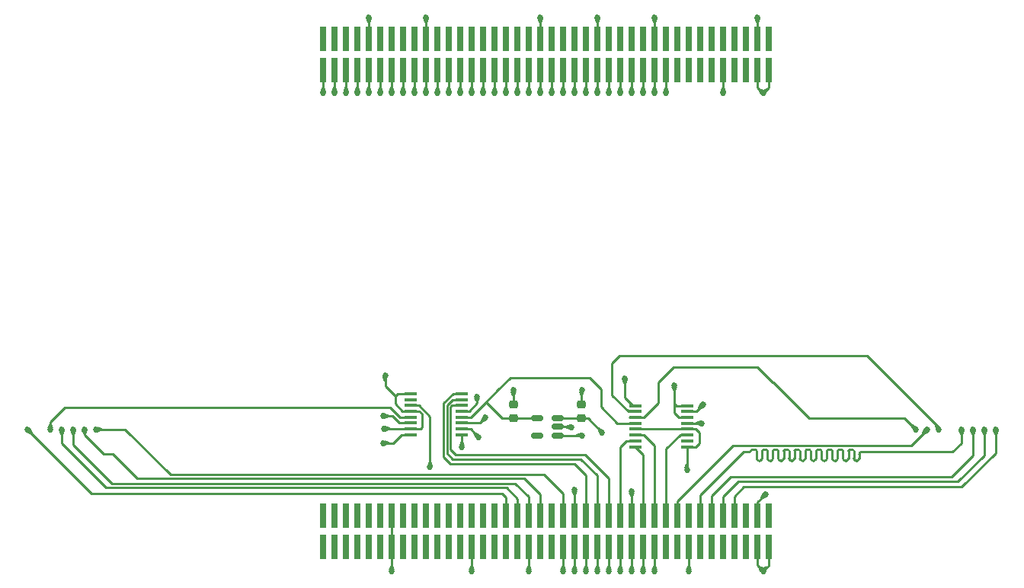
<source format=gbl>
%TF.GenerationSoftware,KiCad,Pcbnew,8.0.4-8.0.4-0~ubuntu24.04.1*%
%TF.CreationDate,2024-08-09T13:50:06+02:00*%
%TF.ProjectId,MainBoard,4d61696e-426f-4617-9264-2e6b69636164,rev?*%
%TF.SameCoordinates,Original*%
%TF.FileFunction,Copper,L4,Bot*%
%TF.FilePolarity,Positive*%
%FSLAX46Y46*%
G04 Gerber Fmt 4.6, Leading zero omitted, Abs format (unit mm)*
G04 Created by KiCad (PCBNEW 8.0.4-8.0.4-0~ubuntu24.04.1) date 2024-08-09 13:50:06*
%MOMM*%
%LPD*%
G01*
G04 APERTURE LIST*
G04 Aperture macros list*
%AMRoundRect*
0 Rectangle with rounded corners*
0 $1 Rounding radius*
0 $2 $3 $4 $5 $6 $7 $8 $9 X,Y pos of 4 corners*
0 Add a 4 corners polygon primitive as box body*
4,1,4,$2,$3,$4,$5,$6,$7,$8,$9,$2,$3,0*
0 Add four circle primitives for the rounded corners*
1,1,$1+$1,$2,$3*
1,1,$1+$1,$4,$5*
1,1,$1+$1,$6,$7*
1,1,$1+$1,$8,$9*
0 Add four rect primitives between the rounded corners*
20,1,$1+$1,$2,$3,$4,$5,0*
20,1,$1+$1,$4,$5,$6,$7,0*
20,1,$1+$1,$6,$7,$8,$9,0*
20,1,$1+$1,$8,$9,$2,$3,0*%
G04 Aperture macros list end*
%TA.AperFunction,SMDPad,CuDef*%
%ADD10R,1.473200X0.355600*%
%TD*%
%TA.AperFunction,SMDPad,CuDef*%
%ADD11RoundRect,0.150000X0.512500X0.150000X-0.512500X0.150000X-0.512500X-0.150000X0.512500X-0.150000X0*%
%TD*%
%TA.AperFunction,SMDPad,CuDef*%
%ADD12R,0.740000X2.790000*%
%TD*%
%TA.AperFunction,SMDPad,CuDef*%
%ADD13RoundRect,0.225000X0.250000X-0.225000X0.250000X0.225000X-0.250000X0.225000X-0.250000X-0.225000X0*%
%TD*%
%TA.AperFunction,ViaPad*%
%ADD14C,0.685800*%
%TD*%
%TA.AperFunction,Conductor*%
%ADD15C,0.254000*%
%TD*%
%TA.AperFunction,Conductor*%
%ADD16C,0.290000*%
%TD*%
G04 APERTURE END LIST*
D10*
X112270200Y-88224600D03*
X112270200Y-88885000D03*
X112270200Y-89545400D03*
X112270200Y-90180400D03*
X112270200Y-90840800D03*
X112270200Y-91475800D03*
X112270200Y-92136200D03*
X112270200Y-92796600D03*
X106529800Y-92796600D03*
X106529800Y-92136200D03*
X106529800Y-91475800D03*
X106529800Y-90840800D03*
X106529800Y-90180400D03*
X106529800Y-89545400D03*
X106529800Y-88885000D03*
X106529800Y-88224600D03*
D11*
X97926500Y-89637500D03*
X97926500Y-90587500D03*
X97926500Y-91537500D03*
X95651500Y-91537500D03*
X95651500Y-89637500D03*
D12*
X121375000Y-100495000D03*
X121375000Y-103925000D03*
X120105000Y-100495000D03*
X120105000Y-103925000D03*
X118835000Y-100495000D03*
X118835000Y-103925000D03*
X117565000Y-100495000D03*
X117565000Y-103925000D03*
X116295000Y-100495000D03*
X116295000Y-103925000D03*
X115025000Y-100495000D03*
X115025000Y-103925000D03*
X113755000Y-100495000D03*
X113755000Y-103925000D03*
X112485000Y-100495000D03*
X112485000Y-103925000D03*
X111215000Y-100495000D03*
X111215000Y-103925000D03*
X109945000Y-100495000D03*
X109945000Y-103925000D03*
X108675000Y-100495000D03*
X108675000Y-103925000D03*
X107405000Y-100495000D03*
X107405000Y-103925000D03*
X106135000Y-100495000D03*
X106135000Y-103925000D03*
X104865000Y-100495000D03*
X104865000Y-103925000D03*
X103595000Y-100495000D03*
X103595000Y-103925000D03*
X102325000Y-100495000D03*
X102325000Y-103925000D03*
X101055000Y-100495000D03*
X101055000Y-103925000D03*
X99785000Y-100495000D03*
X99785000Y-103925000D03*
X98515000Y-100495000D03*
X98515000Y-103925000D03*
X97245000Y-100495000D03*
X97245000Y-103925000D03*
X95975000Y-100495000D03*
X95975000Y-103925000D03*
X94705000Y-100495000D03*
X94705000Y-103925000D03*
X93435000Y-100495000D03*
X93435000Y-103925000D03*
X92165000Y-100495000D03*
X92165000Y-103925000D03*
X90895000Y-100495000D03*
X90895000Y-103925000D03*
X89625000Y-100495000D03*
X89625000Y-103925000D03*
X88355000Y-100495000D03*
X88355000Y-103925000D03*
X87085000Y-100495000D03*
X87085000Y-103925000D03*
X85815000Y-100495000D03*
X85815000Y-103925000D03*
X84545000Y-100495000D03*
X84545000Y-103925000D03*
X83275000Y-100495000D03*
X83275000Y-103925000D03*
X82005000Y-100495000D03*
X82005000Y-103925000D03*
X80735000Y-100495000D03*
X80735000Y-103925000D03*
X79465000Y-100495000D03*
X79465000Y-103925000D03*
X78195000Y-100495000D03*
X78195000Y-103925000D03*
X76925000Y-100495000D03*
X76925000Y-103925000D03*
X75655000Y-100495000D03*
X75655000Y-103925000D03*
X74385000Y-100495000D03*
X74385000Y-103925000D03*
X73115000Y-100495000D03*
X73115000Y-103925000D03*
X71845000Y-100495000D03*
X71845000Y-103925000D03*
D13*
X93000000Y-89625000D03*
X93000000Y-88075000D03*
D10*
X81529800Y-91461000D03*
X81529800Y-90800600D03*
X81529800Y-90140200D03*
X81529800Y-89505200D03*
X81529800Y-88844800D03*
X81529800Y-88209800D03*
X81529800Y-87549400D03*
X81529800Y-86889000D03*
X87270200Y-86889000D03*
X87270200Y-87549400D03*
X87270200Y-88209800D03*
X87270200Y-88844800D03*
X87270200Y-89505200D03*
X87270200Y-90140200D03*
X87270200Y-90800600D03*
X87270200Y-91461000D03*
D12*
X121375000Y-47495000D03*
X121375000Y-50925000D03*
X120105000Y-47495000D03*
X120105000Y-50925000D03*
X118835000Y-47495000D03*
X118835000Y-50925000D03*
X117565000Y-47495000D03*
X117565000Y-50925000D03*
X116295000Y-47495000D03*
X116295000Y-50925000D03*
X115025000Y-47495000D03*
X115025000Y-50925000D03*
X113755000Y-47495000D03*
X113755000Y-50925000D03*
X112485000Y-47495000D03*
X112485000Y-50925000D03*
X111215000Y-47495000D03*
X111215000Y-50925000D03*
X109945000Y-47495000D03*
X109945000Y-50925000D03*
X108675000Y-47495000D03*
X108675000Y-50925000D03*
X107405000Y-47495000D03*
X107405000Y-50925000D03*
X106135000Y-47495000D03*
X106135000Y-50925000D03*
X104865000Y-47495000D03*
X104865000Y-50925000D03*
X103595000Y-47495000D03*
X103595000Y-50925000D03*
X102325000Y-47495000D03*
X102325000Y-50925000D03*
X101055000Y-47495000D03*
X101055000Y-50925000D03*
X99785000Y-47495000D03*
X99785000Y-50925000D03*
X98515000Y-47495000D03*
X98515000Y-50925000D03*
X97245000Y-47495000D03*
X97245000Y-50925000D03*
X95975000Y-47495000D03*
X95975000Y-50925000D03*
X94705000Y-47495000D03*
X94705000Y-50925000D03*
X93435000Y-47495000D03*
X93435000Y-50925000D03*
X92165000Y-47495000D03*
X92165000Y-50925000D03*
X90895000Y-47495000D03*
X90895000Y-50925000D03*
X89625000Y-47495000D03*
X89625000Y-50925000D03*
X88355000Y-47495000D03*
X88355000Y-50925000D03*
X87085000Y-47495000D03*
X87085000Y-50925000D03*
X85815000Y-47495000D03*
X85815000Y-50925000D03*
X84545000Y-47495000D03*
X84545000Y-50925000D03*
X83275000Y-47495000D03*
X83275000Y-50925000D03*
X82005000Y-47495000D03*
X82005000Y-50925000D03*
X80735000Y-47495000D03*
X80735000Y-50925000D03*
X79465000Y-47495000D03*
X79465000Y-50925000D03*
X78195000Y-47495000D03*
X78195000Y-50925000D03*
X76925000Y-47495000D03*
X76925000Y-50925000D03*
X75655000Y-47495000D03*
X75655000Y-50925000D03*
X74385000Y-47495000D03*
X74385000Y-50925000D03*
X73115000Y-47495000D03*
X73115000Y-50925000D03*
X71845000Y-47495000D03*
X71845000Y-50925000D03*
D13*
X100578000Y-89625000D03*
X100578000Y-88075000D03*
D14*
X100650000Y-91537500D03*
X87270200Y-92825000D03*
X102860000Y-91215000D03*
X78500000Y-89375000D03*
X110875000Y-86000000D03*
X105375000Y-85200000D03*
X78550000Y-92375000D03*
X121000000Y-98075000D03*
X120105000Y-45050000D03*
X79450000Y-106600000D03*
X88355000Y-106600000D03*
X78195000Y-53500000D03*
X103595000Y-53500000D03*
X109945000Y-53500000D03*
X94705000Y-106600000D03*
X71845000Y-53500000D03*
X101055000Y-106600000D03*
X100600000Y-86500000D03*
X114100000Y-88075000D03*
X116295000Y-53500000D03*
X88950000Y-87275000D03*
X108675000Y-45050000D03*
X84545000Y-53500000D03*
X106135000Y-97750000D03*
X99400000Y-90600000D03*
X120740000Y-106600000D03*
X95975000Y-45050000D03*
X83275000Y-45050000D03*
X97245000Y-53500000D03*
X90895000Y-53500000D03*
X78750000Y-84875000D03*
X93000000Y-86500000D03*
X78600000Y-90800600D03*
X107405000Y-106600000D03*
X99775000Y-97600000D03*
X112275000Y-95375000D03*
X102325000Y-45050000D03*
X120740000Y-53500000D03*
X76925000Y-45050000D03*
X142800000Y-90875000D03*
X112480000Y-106600000D03*
X102325000Y-106600000D03*
X44070000Y-90874000D03*
X144070000Y-90875000D03*
X138990000Y-90875000D03*
X42800000Y-90874000D03*
X108675000Y-106600000D03*
X38990000Y-90874000D03*
X103595000Y-106600000D03*
X99779293Y-106599293D03*
X98510000Y-106600000D03*
X104865000Y-106600000D03*
X83725000Y-95075000D03*
X106135000Y-106600000D03*
X113900000Y-90180400D03*
X140260000Y-90875000D03*
X137720000Y-90875000D03*
X89075000Y-91700000D03*
X41530000Y-90874000D03*
X89900000Y-89525000D03*
X93435000Y-53500000D03*
X94705000Y-53500000D03*
X92155000Y-53500000D03*
X95975000Y-53500000D03*
X108675000Y-53500000D03*
X75655000Y-53500000D03*
X89625000Y-53500000D03*
X104865000Y-53500000D03*
X76925000Y-53500000D03*
X102325000Y-53500000D03*
X107385000Y-53500000D03*
X83275000Y-53500000D03*
X74395000Y-53500000D03*
X88335000Y-53500000D03*
X101056000Y-53500000D03*
X80735000Y-53500000D03*
X99785000Y-53500000D03*
X98515000Y-53500000D03*
X85815000Y-53500000D03*
X79465000Y-53500000D03*
X73115000Y-53500000D03*
X87085000Y-53500000D03*
X106135000Y-53500000D03*
X82006000Y-53500000D03*
X145340000Y-90875000D03*
X146610000Y-90875000D03*
X46610000Y-90874000D03*
X45340000Y-90874000D03*
D15*
X87350000Y-92825000D02*
X87270200Y-92745200D01*
X105375000Y-85200000D02*
X105375000Y-87300000D01*
X100565500Y-89637500D02*
X100578000Y-89625000D01*
X110875000Y-86000000D02*
X110875000Y-87975000D01*
X111300400Y-88224600D02*
X112270200Y-88224600D01*
X81529800Y-91461000D02*
X80514000Y-91461000D01*
X97926500Y-91537500D02*
X100650000Y-91537500D01*
X79545400Y-89375000D02*
X80310600Y-90140200D01*
X101270000Y-89625000D02*
X100578000Y-89625000D01*
X80514000Y-91461000D02*
X79600000Y-92375000D01*
X78500000Y-89375000D02*
X79545400Y-89375000D01*
X111125000Y-88225000D02*
X111300000Y-88225000D01*
X110875000Y-87975000D02*
X111125000Y-88225000D01*
X121000000Y-98075000D02*
X120105000Y-98970000D01*
X110875000Y-87975000D02*
X110875000Y-89050000D01*
X87270200Y-91461000D02*
X87270200Y-92825000D01*
X102860000Y-91215000D02*
X101270000Y-89625000D01*
X120105000Y-45050000D02*
X120105000Y-47495000D01*
X100578000Y-91465500D02*
X100650000Y-91537500D01*
X80310600Y-90140200D02*
X81529800Y-90140200D01*
X79600000Y-92375000D02*
X78550000Y-92375000D01*
X111300000Y-88225000D02*
X111300400Y-88224600D01*
X110875000Y-89050000D02*
X111370400Y-89545400D01*
X106529800Y-88224600D02*
X106299600Y-88224600D01*
X111370400Y-89545400D02*
X112270200Y-89545400D01*
X97926500Y-89637500D02*
X100565500Y-89637500D01*
X120105000Y-98970000D02*
X120105000Y-100495000D01*
X106299600Y-88224600D02*
X105375000Y-87300000D01*
X113260800Y-92796600D02*
X112270200Y-92796600D01*
X93000000Y-86500000D02*
X93000000Y-88075000D01*
X113290000Y-88885000D02*
X112270200Y-88885000D01*
X84545000Y-50925000D02*
X84545000Y-53500000D01*
X78750000Y-86075000D02*
X78750000Y-84825000D01*
X99785000Y-97610000D02*
X99785000Y-100495000D01*
X112270200Y-92796600D02*
X112270200Y-95370200D01*
X113650000Y-92407400D02*
X113260800Y-92796600D01*
X101055000Y-103925000D02*
X101055000Y-106600000D01*
X120105000Y-103925000D02*
X120105000Y-105965000D01*
X120105000Y-105965000D02*
X120740000Y-106600000D01*
X79450000Y-100480000D02*
X79465000Y-100495000D01*
X121375000Y-105965000D02*
X120740000Y-106600000D01*
X99775000Y-97600000D02*
X99785000Y-97610000D01*
X100600000Y-86500000D02*
X100600000Y-86600000D01*
X88057600Y-88844800D02*
X87270200Y-88844800D01*
X81529800Y-88844800D02*
X80669800Y-88844800D01*
X94705000Y-103925000D02*
X94705000Y-106600000D01*
X71845000Y-50925000D02*
X71845000Y-53500000D01*
X76925000Y-45050000D02*
X76925000Y-47495000D01*
X112270200Y-95370200D02*
X112275000Y-95375000D01*
X80136000Y-86889000D02*
X81529800Y-86889000D01*
X120105000Y-52865000D02*
X120740000Y-53500000D01*
X79465000Y-106585000D02*
X79450000Y-106600000D01*
X100600000Y-86600000D02*
X100578000Y-86622000D01*
X114100000Y-88075000D02*
X113290000Y-88885000D01*
X78195000Y-50925000D02*
X78195000Y-53500000D01*
X113260800Y-90840800D02*
X113650000Y-91230000D01*
X79850000Y-87175000D02*
X78750000Y-86075000D01*
X79465000Y-103925000D02*
X79465000Y-106585000D01*
X121375000Y-50925000D02*
X121375000Y-52865000D01*
X79850000Y-87175000D02*
X80136000Y-86889000D01*
X82800000Y-90675000D02*
X82674400Y-90800600D01*
X108675000Y-45050000D02*
X108675000Y-47495000D01*
X113650000Y-91230000D02*
X113650000Y-92407400D01*
X97245000Y-50925000D02*
X97245000Y-53500000D01*
X106135000Y-97750000D02*
X106135000Y-100495000D01*
X88950000Y-87952400D02*
X88057600Y-88844800D01*
X116295000Y-50925000D02*
X116295000Y-53500000D01*
X88355000Y-103925000D02*
X88355000Y-106600000D01*
X78600000Y-90800600D02*
X81529800Y-90800600D01*
X103595000Y-50925000D02*
X103595000Y-53500000D01*
X102325000Y-45050000D02*
X102325000Y-47495000D01*
X99387500Y-90587500D02*
X99400000Y-90600000D01*
X79850000Y-88025000D02*
X79850000Y-87175000D01*
X97926500Y-90587500D02*
X99387500Y-90587500D01*
X120105000Y-50925000D02*
X120105000Y-52865000D01*
X107405000Y-103925000D02*
X107405000Y-106600000D01*
X112270200Y-90840800D02*
X106529800Y-90840800D01*
X82800000Y-89124400D02*
X82800000Y-90675000D01*
X82520400Y-88844800D02*
X82800000Y-89124400D01*
X112270200Y-90840800D02*
X113260800Y-90840800D01*
X121375000Y-52865000D02*
X120740000Y-53500000D01*
X100578000Y-86622000D02*
X100578000Y-88075000D01*
X81529800Y-88844800D02*
X82520400Y-88844800D01*
X79465000Y-100495000D02*
X79465000Y-103925000D01*
X82674400Y-90800600D02*
X81529800Y-90800600D01*
X90895000Y-53500000D02*
X90895000Y-50925000D01*
X88950000Y-87275000D02*
X88950000Y-87952400D01*
X80669800Y-88844800D02*
X79850000Y-88025000D01*
X83275000Y-45050000D02*
X83275000Y-47495000D01*
X95975000Y-45050000D02*
X95975000Y-47495000D01*
X121375000Y-103925000D02*
X121375000Y-105965000D01*
X109945000Y-50925000D02*
X109945000Y-53500000D01*
X101500000Y-85125000D02*
X102750000Y-86375000D01*
X102750000Y-88375000D02*
X104555400Y-90180400D01*
X93000000Y-89625000D02*
X91700000Y-89625000D01*
X95651500Y-89637500D02*
X95651500Y-89648500D01*
X102750000Y-86375000D02*
X102750000Y-88375000D01*
X89920500Y-87845500D02*
X91250000Y-86516000D01*
X95651500Y-89648500D02*
X95600000Y-89700000D01*
X87270200Y-89505200D02*
X88260800Y-89505200D01*
X91700000Y-89625000D02*
X89920500Y-87845500D01*
X91259000Y-86516000D02*
X92650000Y-85125000D01*
X95639000Y-89625000D02*
X95651500Y-89637500D01*
X88260800Y-89505200D02*
X89920500Y-87845500D01*
X91250000Y-86516000D02*
X91259000Y-86516000D01*
X92975000Y-89650000D02*
X93000000Y-89625000D01*
X93000000Y-89625000D02*
X95639000Y-89625000D01*
X104555400Y-90180400D02*
X106529800Y-90180400D01*
X92650000Y-85125000D02*
X101500000Y-85125000D01*
X131057500Y-94348226D02*
X131177500Y-94348226D01*
X120617500Y-93375000D02*
X120617500Y-93242059D01*
X123857500Y-94348226D02*
X123977500Y-94348226D01*
X120617500Y-94108226D02*
X120617500Y-93375000D01*
X127217500Y-93242059D02*
X127217500Y-93375000D01*
X131417500Y-94108226D02*
X131417500Y-93615000D01*
X127817500Y-94108226D02*
X127817500Y-93375000D01*
X123017500Y-94108226D02*
X123017500Y-93375000D01*
X125417500Y-94108226D02*
X125417500Y-93375000D01*
X126017500Y-93375000D02*
X126017500Y-94108226D01*
X132275000Y-93375000D02*
X141800000Y-93375000D01*
X120257500Y-94348226D02*
X120377500Y-94348226D01*
X125417500Y-93375000D02*
X125417500Y-93242059D01*
X120750440Y-93109119D02*
X121084560Y-93109119D01*
X121817500Y-94108226D02*
X121817500Y-93375000D01*
X127217500Y-93375000D02*
X127217500Y-94108226D01*
X126017500Y-93242059D02*
X126017500Y-93375000D01*
X125550440Y-93109119D02*
X125884560Y-93109119D01*
X129150440Y-93109119D02*
X129484560Y-93109119D01*
X120017500Y-93244744D02*
X120017500Y-93375000D01*
X130217500Y-94108226D02*
X130217500Y-93375000D01*
X124217500Y-94108226D02*
X124217500Y-93375000D01*
X119528012Y-93114488D02*
X119887244Y-93114488D01*
X113755000Y-100495000D02*
X113755000Y-98180000D01*
X127817500Y-93375000D02*
X127817500Y-93242059D01*
X120017500Y-93375000D02*
X120017500Y-94108226D01*
X129617500Y-93242059D02*
X129617500Y-93375000D01*
X121817500Y-93375000D02*
X121817500Y-93242059D01*
X126617500Y-93375000D02*
X126617500Y-93242059D01*
X126257500Y-94348226D02*
X126377500Y-94348226D01*
X130817500Y-93615000D02*
X130817500Y-94108226D01*
X127950440Y-93109119D02*
X128284560Y-93109119D01*
X131777500Y-93375000D02*
X132275000Y-93375000D01*
X118560000Y-93375000D02*
X119267500Y-93375000D01*
X141800000Y-93375000D02*
X142800000Y-92375000D01*
X124350440Y-93109119D02*
X124684560Y-93109119D01*
X130217500Y-93375000D02*
X130217500Y-93242059D01*
X123017500Y-93375000D02*
X123017500Y-93242059D01*
X129017500Y-94108226D02*
X129017500Y-93375000D01*
X121217500Y-93242059D02*
X121217500Y-93375000D01*
X123150440Y-93109119D02*
X123484560Y-93109119D01*
X122417500Y-93375000D02*
X122417500Y-94108226D01*
X122657500Y-94348226D02*
X122777500Y-94348226D01*
X125057500Y-94348226D02*
X125177500Y-94348226D01*
X128417500Y-93375000D02*
X128417500Y-94108226D01*
X123617500Y-93242059D02*
X123617500Y-93375000D01*
X127457500Y-94348226D02*
X127577500Y-94348226D01*
X130817500Y-93375000D02*
X130817500Y-93615000D01*
X123617500Y-93375000D02*
X123617500Y-94108226D01*
X128657500Y-94348226D02*
X128777500Y-94348226D01*
X124817500Y-93375000D02*
X124817500Y-94108226D01*
X122417500Y-93242059D02*
X122417500Y-93375000D01*
X121950440Y-93109119D02*
X122284560Y-93109119D01*
X124817500Y-93242059D02*
X124817500Y-93375000D01*
X126617500Y-94108226D02*
X126617500Y-93375000D01*
X113755000Y-98180000D02*
X118560000Y-93375000D01*
X129017500Y-93375000D02*
X129017500Y-93242059D01*
X129617500Y-93375000D02*
X129617500Y-94108226D01*
X130817500Y-93242059D02*
X130817500Y-93375000D01*
X129857500Y-94348226D02*
X129977500Y-94348226D01*
X124217500Y-93375000D02*
X124217500Y-93242059D01*
X121457500Y-94348226D02*
X121577500Y-94348226D01*
X131657500Y-93375000D02*
X131777500Y-93375000D01*
X121217500Y-93375000D02*
X121217500Y-94108226D01*
X128417500Y-93242059D02*
X128417500Y-93375000D01*
X130350440Y-93109119D02*
X130684560Y-93109119D01*
X126750440Y-93109119D02*
X127084560Y-93109119D01*
X142800000Y-92375000D02*
X142800000Y-90875000D01*
X125884560Y-93109119D02*
G75*
G02*
X126017581Y-93242059I40J-132981D01*
G01*
X122777500Y-94348226D02*
G75*
G03*
X123017526Y-94108226I0J240026D01*
G01*
X121817500Y-93242059D02*
G75*
G02*
X121950440Y-93109200I132900J-41D01*
G01*
X129617500Y-94108226D02*
G75*
G03*
X129857500Y-94348200I240000J26D01*
G01*
X131417500Y-93615000D02*
G75*
G02*
X131657500Y-93375000I240000J0D01*
G01*
X130817500Y-94108226D02*
G75*
G03*
X131057500Y-94348200I240000J26D01*
G01*
X119267500Y-93375000D02*
G75*
G03*
X119397800Y-93244744I0J130300D01*
G01*
X128417500Y-94108226D02*
G75*
G03*
X128657500Y-94348200I240000J26D01*
G01*
X127084560Y-93109119D02*
G75*
G02*
X127217581Y-93242059I40J-132981D01*
G01*
X120617500Y-93242059D02*
G75*
G02*
X120750440Y-93109200I132900J-41D01*
G01*
X127577500Y-94348226D02*
G75*
G03*
X127817526Y-94108226I0J240026D01*
G01*
X125177500Y-94348226D02*
G75*
G03*
X125417526Y-94108226I0J240026D01*
G01*
X120377500Y-94348226D02*
G75*
G03*
X120617526Y-94108226I0J240026D01*
G01*
X126617500Y-93242059D02*
G75*
G02*
X126750440Y-93109200I132900J-41D01*
G01*
X130217500Y-93242059D02*
G75*
G02*
X130350440Y-93109200I132900J-41D01*
G01*
X131177500Y-94348226D02*
G75*
G03*
X131417526Y-94108226I0J240026D01*
G01*
X124817500Y-94108226D02*
G75*
G03*
X125057500Y-94348200I240000J26D01*
G01*
X123977500Y-94348226D02*
G75*
G03*
X124217526Y-94108226I0J240026D01*
G01*
X126017500Y-94108226D02*
G75*
G03*
X126257500Y-94348200I240000J26D01*
G01*
X126377500Y-94348226D02*
G75*
G03*
X126617526Y-94108226I0J240026D01*
G01*
X119397756Y-93244744D02*
G75*
G02*
X119528012Y-93114456I130244J44D01*
G01*
X122417500Y-94108226D02*
G75*
G03*
X122657500Y-94348200I240000J26D01*
G01*
X130684560Y-93109119D02*
G75*
G02*
X130817581Y-93242059I40J-132981D01*
G01*
X122284560Y-93109119D02*
G75*
G02*
X122417581Y-93242059I40J-132981D01*
G01*
X125417500Y-93242059D02*
G75*
G02*
X125550440Y-93109200I132900J-41D01*
G01*
X119887244Y-93114488D02*
G75*
G02*
X120017412Y-93244744I-44J-130212D01*
G01*
X121084560Y-93109119D02*
G75*
G02*
X121217581Y-93242059I40J-132981D01*
G01*
X124217500Y-93242059D02*
G75*
G02*
X124350440Y-93109200I132900J-41D01*
G01*
X128284560Y-93109119D02*
G75*
G02*
X128417581Y-93242059I40J-132981D01*
G01*
X123617500Y-94108226D02*
G75*
G03*
X123857500Y-94348200I240000J26D01*
G01*
X121577500Y-94348226D02*
G75*
G03*
X121817526Y-94108226I0J240026D01*
G01*
X129977500Y-94348226D02*
G75*
G03*
X130217526Y-94108226I0J240026D01*
G01*
X121217500Y-94108226D02*
G75*
G03*
X121457500Y-94348200I240000J26D01*
G01*
X123484560Y-93109119D02*
G75*
G02*
X123617581Y-93242059I40J-132981D01*
G01*
X129017500Y-93242059D02*
G75*
G02*
X129150440Y-93109200I132900J-41D01*
G01*
X129484560Y-93109119D02*
G75*
G02*
X129617581Y-93242059I40J-132981D01*
G01*
X127817500Y-93242059D02*
G75*
G02*
X127950440Y-93109200I132900J-41D01*
G01*
X120017500Y-94108226D02*
G75*
G03*
X120257500Y-94348200I240000J26D01*
G01*
X124684560Y-93109119D02*
G75*
G02*
X124817581Y-93242059I40J-132981D01*
G01*
X128777500Y-94348226D02*
G75*
G03*
X129017526Y-94108226I0J240026D01*
G01*
X127217500Y-94108226D02*
G75*
G03*
X127457500Y-94348200I240000J26D01*
G01*
X123017500Y-93242059D02*
G75*
G02*
X123150440Y-93109200I132900J-41D01*
G01*
X105539200Y-92136200D02*
X104865000Y-92810400D01*
X104865000Y-92810400D02*
X104865000Y-100495000D01*
X106529800Y-92136200D02*
X105539200Y-92136200D01*
X106529800Y-92796600D02*
X107405000Y-93671800D01*
X107405000Y-93671800D02*
X107405000Y-100495000D01*
X112485000Y-103925000D02*
X112485000Y-106595000D01*
X112485000Y-106595000D02*
X112480000Y-106600000D01*
X102325000Y-103925000D02*
X102325000Y-106600000D01*
X93200000Y-96875000D02*
X94705000Y-98380000D01*
X48400000Y-96875000D02*
X93200000Y-96875000D01*
X44070000Y-90874000D02*
X44070000Y-92545000D01*
X44070000Y-92545000D02*
X48400000Y-96875000D01*
X94705000Y-98380000D02*
X94705000Y-100495000D01*
X115025000Y-98260000D02*
X115025000Y-100495000D01*
X141700000Y-96175000D02*
X144070000Y-93805000D01*
X116205000Y-97080000D02*
X115025000Y-98260000D01*
X144070000Y-93805000D02*
X144070000Y-90875000D01*
X117110000Y-96175000D02*
X141700000Y-96175000D01*
X116205000Y-97080000D02*
X117110000Y-96175000D01*
X102325000Y-96000000D02*
X102325000Y-100495000D01*
X87270200Y-87549400D02*
X86237600Y-87549400D01*
X86250000Y-94150000D02*
X100475000Y-94150000D01*
X85612000Y-93512000D02*
X86250000Y-94150000D01*
X100475000Y-94150000D02*
X102325000Y-96000000D01*
X85612000Y-88175000D02*
X85612000Y-93512000D01*
X86237600Y-87549400D02*
X85612000Y-88175000D01*
X138990000Y-90875000D02*
X137190000Y-92675000D01*
X111215000Y-98875000D02*
X111215000Y-100495000D01*
X137190000Y-92675000D02*
X117400000Y-92675000D01*
X117400000Y-92675000D02*
X111215000Y-98860000D01*
X42800000Y-92450000D02*
X47675000Y-97325000D01*
X47675000Y-97325000D02*
X92200000Y-97325000D01*
X93435000Y-98560000D02*
X93435000Y-100495000D01*
X92200000Y-97325000D02*
X93435000Y-98560000D01*
X42800000Y-90874000D02*
X42800000Y-92450000D01*
X108675000Y-103925000D02*
X108675000Y-106600000D01*
X103595000Y-96270000D02*
X103595000Y-100495000D01*
X101000000Y-93675000D02*
X103595000Y-96270000D01*
X85993000Y-93100000D02*
X86568000Y-93675000D01*
X85993000Y-88332816D02*
X85993000Y-93100000D01*
X87270200Y-88209800D02*
X86116016Y-88209800D01*
X86116016Y-88209800D02*
X85993000Y-88332816D01*
X86568000Y-93675000D02*
X101000000Y-93675000D01*
X86279600Y-86889000D02*
X85231000Y-87937600D01*
X99775000Y-94675000D02*
X101050000Y-95950000D01*
X101055000Y-96680000D02*
X101055000Y-100495000D01*
X101050000Y-95950000D02*
X101050000Y-96675000D01*
X85231000Y-93931000D02*
X85975000Y-94675000D01*
X85231000Y-87937600D02*
X85231000Y-93931000D01*
X87270200Y-86889000D02*
X86279600Y-86889000D01*
X85975000Y-94675000D02*
X99775000Y-94675000D01*
X101050000Y-96675000D02*
X101055000Y-96680000D01*
X92165000Y-98390000D02*
X92165000Y-100495000D01*
X91750000Y-97975000D02*
X92165000Y-98390000D01*
X46091000Y-97975000D02*
X91750000Y-97975000D01*
X38990000Y-90874000D02*
X46091000Y-97975000D01*
X103595000Y-103925000D02*
X103595000Y-106600000D01*
X99785000Y-103925000D02*
X99785000Y-106600000D01*
X108675000Y-92630400D02*
X108675000Y-100495000D01*
X106529800Y-91475800D02*
X107520400Y-91475800D01*
X107520400Y-91475800D02*
X108675000Y-92630400D01*
X98515000Y-103925000D02*
X98515000Y-106595000D01*
X104865000Y-103925000D02*
X104865000Y-106600000D01*
X83725000Y-95075000D02*
X83725000Y-89414400D01*
X83725000Y-89414400D02*
X82520400Y-88209800D01*
X106135000Y-103925000D02*
X106135000Y-106600000D01*
X82520400Y-88209800D02*
X81529800Y-88209800D01*
X109945000Y-99550000D02*
X109950000Y-99545000D01*
X109945000Y-100495000D02*
X109945000Y-99550000D01*
X112270200Y-91475800D02*
X111508200Y-91475800D01*
X109945000Y-93039000D02*
X109945000Y-100495000D01*
X111508200Y-91475800D02*
X109945000Y-93039000D01*
X112270200Y-90180400D02*
X113900000Y-90180400D01*
X103926000Y-87043200D02*
X103926000Y-83549000D01*
X140260000Y-90635000D02*
X140260000Y-90875000D01*
X106529800Y-88885000D02*
X105767800Y-88885000D01*
X105767800Y-88885000D02*
X103926000Y-87043200D01*
X103926000Y-83549000D02*
X104800000Y-82675000D01*
X132300000Y-82675000D02*
X140260000Y-90635000D01*
X104800000Y-82675000D02*
X132300000Y-82675000D01*
X120100000Y-83975000D02*
X121800000Y-85675000D01*
X125850000Y-89625000D02*
X136470000Y-89625000D01*
X110800000Y-83975000D02*
X120100000Y-83975000D01*
X121900000Y-85675000D02*
X125850000Y-89625000D01*
X106529800Y-89545400D02*
X107520400Y-89545400D01*
X121800000Y-85675000D02*
X121900000Y-85675000D01*
X136470000Y-89625000D02*
X137720000Y-90875000D01*
X106529800Y-89545400D02*
X105889385Y-89545400D01*
X109100000Y-85675000D02*
X110800000Y-83975000D01*
X107520400Y-89545400D02*
X109100000Y-87965800D01*
X109100000Y-87965800D02*
X109100000Y-85675000D01*
X88225600Y-90800600D02*
X89050000Y-91625000D01*
X87270200Y-90800600D02*
X88225600Y-90800600D01*
X80380200Y-89505200D02*
X81529800Y-89505200D01*
X41530000Y-90874000D02*
X41530000Y-90020000D01*
X41530000Y-90020000D02*
X43125000Y-88425000D01*
X79300000Y-88425000D02*
X80380200Y-89505200D01*
X43125000Y-88425000D02*
X79300000Y-88425000D01*
X89900000Y-89525000D02*
X89284800Y-90140200D01*
X89284800Y-90140200D02*
X87270200Y-90140200D01*
D16*
X93435000Y-53490000D02*
X93445000Y-53500000D01*
X93435000Y-50925000D02*
X93435000Y-53490000D01*
X94705000Y-50925000D02*
X94705000Y-53500000D01*
X92165000Y-50925000D02*
X92165000Y-53500000D01*
X95975000Y-50925000D02*
X95975000Y-53500000D01*
X108675000Y-50925000D02*
X108675000Y-53500000D01*
X75655000Y-50925000D02*
X75655000Y-53500000D01*
X89625000Y-50925000D02*
X89625000Y-53500000D01*
X104865000Y-50925000D02*
X104865000Y-53500000D01*
X76925000Y-50925000D02*
X76925000Y-53500000D01*
X102325000Y-50925000D02*
X102325000Y-53500000D01*
X107405000Y-53480000D02*
X107385000Y-53500000D01*
X107405000Y-50925000D02*
X107405000Y-53480000D01*
X83275000Y-50925000D02*
X83275000Y-53500000D01*
X74385000Y-53490000D02*
X74395000Y-53500000D01*
X74385000Y-50925000D02*
X74385000Y-53490000D01*
X88355000Y-50925000D02*
X88355000Y-53480000D01*
X88355000Y-53480000D02*
X88335000Y-53500000D01*
X101055000Y-53499000D02*
X101056000Y-53500000D01*
X101055000Y-50925000D02*
X101055000Y-53499000D01*
X80735000Y-50925000D02*
X80735000Y-53500000D01*
X99785000Y-50925000D02*
X99785000Y-53500000D01*
X98515000Y-50925000D02*
X98515000Y-53500000D01*
X85815000Y-50925000D02*
X85815000Y-53500000D01*
X79465000Y-50925000D02*
X79465000Y-53500000D01*
X73115000Y-50925000D02*
X73115000Y-53500000D01*
X87085000Y-50925000D02*
X87085000Y-53500000D01*
X106135000Y-50925000D02*
X106135000Y-53500000D01*
X82005000Y-53499000D02*
X82006000Y-53500000D01*
X82005000Y-50925000D02*
X82005000Y-53499000D01*
D15*
X145340000Y-90875000D02*
X145340000Y-93735000D01*
X142400000Y-96675000D02*
X117960000Y-96675000D01*
X117960000Y-96675000D02*
X116295000Y-98340000D01*
X145340000Y-93735000D02*
X142400000Y-96675000D01*
X116295000Y-98340000D02*
X116295000Y-100495000D01*
X118610000Y-97275000D02*
X142800000Y-97275000D01*
X117565000Y-100495000D02*
X117565000Y-98320000D01*
X146600000Y-93475000D02*
X146600000Y-90885000D01*
X146600000Y-90885000D02*
X146610000Y-90875000D01*
X117565000Y-98320000D02*
X118610000Y-97275000D01*
X142800000Y-97275000D02*
X146600000Y-93475000D01*
X46610000Y-90874000D02*
X49849000Y-90874000D01*
X98515000Y-98040000D02*
X98515000Y-100495000D01*
X54869000Y-95894000D02*
X96369000Y-95894000D01*
X96369000Y-95894000D02*
X98515000Y-98040000D01*
X49849000Y-90874000D02*
X54869000Y-95894000D01*
X48500000Y-93575000D02*
X51200000Y-96275000D01*
X45340000Y-90874000D02*
X45340000Y-91465000D01*
X94200000Y-96275000D02*
X95975000Y-98050000D01*
X95975000Y-98050000D02*
X95975000Y-100495000D01*
X47450000Y-93575000D02*
X48500000Y-93575000D01*
X51200000Y-96275000D02*
X94200000Y-96275000D01*
X45340000Y-91465000D02*
X47450000Y-93575000D01*
%TA.AperFunction,Conductor*%
G36*
X106441686Y-97877001D02*
G01*
X106448001Y-97883350D01*
X106448250Y-97891586D01*
X106264708Y-98427888D01*
X106258787Y-98434606D01*
X106253638Y-98435800D01*
X106016362Y-98435800D01*
X106008089Y-98432373D01*
X106005292Y-98427888D01*
X105821749Y-97891586D01*
X105822313Y-97882649D01*
X105828311Y-97877002D01*
X106130495Y-97750879D01*
X106139446Y-97750856D01*
X106441686Y-97877001D01*
G37*
%TD.AperFunction*%
%TA.AperFunction,Conductor*%
G36*
X88499362Y-52821605D02*
G01*
X88502368Y-52826768D01*
X88649058Y-53358841D01*
X88647953Y-53367728D01*
X88642285Y-53372748D01*
X88339506Y-53499119D01*
X88330552Y-53499143D01*
X88330494Y-53499119D01*
X88028368Y-53373021D01*
X88022053Y-53366672D01*
X88021825Y-53358377D01*
X88207265Y-52826028D01*
X88213223Y-52819344D01*
X88218314Y-52818178D01*
X88491089Y-52818178D01*
X88499362Y-52821605D01*
G37*
%TD.AperFunction*%
%TA.AperFunction,Conductor*%
G36*
X99911834Y-105918055D02*
G01*
X99914663Y-105922635D01*
X100092662Y-106457764D01*
X100092021Y-106466696D01*
X100086066Y-106472254D01*
X99783799Y-106598412D01*
X99774845Y-106598436D01*
X99774787Y-106598412D01*
X99472706Y-106472332D01*
X99466391Y-106465983D01*
X99466180Y-106457638D01*
X99655244Y-105922431D01*
X99661231Y-105915772D01*
X99666276Y-105914628D01*
X99903561Y-105914628D01*
X99911834Y-105918055D01*
G37*
%TD.AperFunction*%
%TA.AperFunction,Conductor*%
G36*
X94831911Y-105917627D02*
G01*
X94834708Y-105922112D01*
X95018250Y-106458413D01*
X95017686Y-106467350D01*
X95011686Y-106472998D01*
X94709506Y-106599119D01*
X94700552Y-106599143D01*
X94700494Y-106599119D01*
X94398313Y-106472998D01*
X94391998Y-106466649D01*
X94391749Y-106458413D01*
X94575292Y-105922112D01*
X94581213Y-105915394D01*
X94586362Y-105914200D01*
X94823638Y-105914200D01*
X94831911Y-105917627D01*
G37*
%TD.AperFunction*%
%TA.AperFunction,Conductor*%
G36*
X88481911Y-105917627D02*
G01*
X88484708Y-105922112D01*
X88668250Y-106458413D01*
X88667686Y-106467350D01*
X88661686Y-106472998D01*
X88359506Y-106599119D01*
X88350552Y-106599143D01*
X88350494Y-106599119D01*
X88048313Y-106472998D01*
X88041998Y-106466649D01*
X88041749Y-106458413D01*
X88225292Y-105922112D01*
X88231213Y-105915394D01*
X88236362Y-105914200D01*
X88473638Y-105914200D01*
X88481911Y-105917627D01*
G37*
%TD.AperFunction*%
%TA.AperFunction,Conductor*%
G36*
X73259649Y-52817627D02*
G01*
X73262552Y-52822438D01*
X73428650Y-53358616D01*
X73427825Y-53367533D01*
X73421980Y-53372875D01*
X73119506Y-53499119D01*
X73110552Y-53499143D01*
X73110494Y-53499119D01*
X72808019Y-53372875D01*
X72801704Y-53366526D01*
X72801349Y-53358618D01*
X72967448Y-52822437D01*
X72973169Y-52815549D01*
X72978624Y-52814200D01*
X73251376Y-52814200D01*
X73259649Y-52817627D01*
G37*
%TD.AperFunction*%
%TA.AperFunction,Conductor*%
G36*
X98641844Y-105918622D02*
G01*
X98644669Y-105923190D01*
X98823355Y-106458464D01*
X98822724Y-106467397D01*
X98816763Y-106472966D01*
X98514506Y-106599119D01*
X98505552Y-106599143D01*
X98505494Y-106599119D01*
X98203401Y-106473034D01*
X98197086Y-106466685D01*
X98196870Y-106458353D01*
X98385250Y-105923011D01*
X98391229Y-105916345D01*
X98396287Y-105915195D01*
X98633571Y-105915195D01*
X98641844Y-105918622D01*
G37*
%TD.AperFunction*%
%TA.AperFunction,Conductor*%
G36*
X89769649Y-52817627D02*
G01*
X89772552Y-52822438D01*
X89938650Y-53358616D01*
X89937825Y-53367533D01*
X89931980Y-53372875D01*
X89629506Y-53499119D01*
X89620552Y-53499143D01*
X89620494Y-53499119D01*
X89318019Y-53372875D01*
X89311704Y-53366526D01*
X89311349Y-53358618D01*
X89477448Y-52822437D01*
X89483169Y-52815549D01*
X89488624Y-52814200D01*
X89761376Y-52814200D01*
X89769649Y-52817627D01*
G37*
%TD.AperFunction*%
%TA.AperFunction,Conductor*%
G36*
X116421911Y-52817627D02*
G01*
X116424708Y-52822112D01*
X116608250Y-53358413D01*
X116607686Y-53367350D01*
X116601686Y-53372998D01*
X116299506Y-53499119D01*
X116290552Y-53499143D01*
X116290494Y-53499119D01*
X115988313Y-53372998D01*
X115981998Y-53366649D01*
X115981749Y-53358413D01*
X116165292Y-52822112D01*
X116171213Y-52815394D01*
X116176362Y-52814200D01*
X116413638Y-52814200D01*
X116421911Y-52817627D01*
G37*
%TD.AperFunction*%
%TA.AperFunction,Conductor*%
G36*
X84671911Y-52817627D02*
G01*
X84674708Y-52822112D01*
X84858250Y-53358413D01*
X84857686Y-53367350D01*
X84851686Y-53372998D01*
X84549506Y-53499119D01*
X84540552Y-53499143D01*
X84540494Y-53499119D01*
X84238313Y-53372998D01*
X84231998Y-53366649D01*
X84231749Y-53358413D01*
X84415292Y-52822112D01*
X84421213Y-52815394D01*
X84426362Y-52814200D01*
X84663638Y-52814200D01*
X84671911Y-52817627D01*
G37*
%TD.AperFunction*%
%TA.AperFunction,Conductor*%
G36*
X103721911Y-105917627D02*
G01*
X103724708Y-105922112D01*
X103908250Y-106458413D01*
X103907686Y-106467350D01*
X103901686Y-106472998D01*
X103599506Y-106599119D01*
X103590552Y-106599143D01*
X103590494Y-106599119D01*
X103288313Y-106472998D01*
X103281998Y-106466649D01*
X103281749Y-106458413D01*
X103465292Y-105922112D01*
X103471213Y-105915394D01*
X103476362Y-105914200D01*
X103713638Y-105914200D01*
X103721911Y-105917627D01*
G37*
%TD.AperFunction*%
%TA.AperFunction,Conductor*%
G36*
X105681686Y-85327001D02*
G01*
X105688001Y-85333350D01*
X105688250Y-85341586D01*
X105504708Y-85877888D01*
X105498787Y-85884606D01*
X105493638Y-85885800D01*
X105256362Y-85885800D01*
X105248089Y-85882373D01*
X105245292Y-85877888D01*
X105061749Y-85341586D01*
X105062313Y-85332649D01*
X105068311Y-85327002D01*
X105370495Y-85200879D01*
X105379446Y-85200856D01*
X105681686Y-85327001D01*
G37*
%TD.AperFunction*%
%TA.AperFunction,Conductor*%
G36*
X108819649Y-52817627D02*
G01*
X108822552Y-52822438D01*
X108988650Y-53358616D01*
X108987825Y-53367533D01*
X108981980Y-53372875D01*
X108679506Y-53499119D01*
X108670552Y-53499143D01*
X108670494Y-53499119D01*
X108368019Y-53372875D01*
X108361704Y-53366526D01*
X108361349Y-53358618D01*
X108527448Y-52822437D01*
X108533169Y-52815549D01*
X108538624Y-52814200D01*
X108811376Y-52814200D01*
X108819649Y-52817627D01*
G37*
%TD.AperFunction*%
%TA.AperFunction,Conductor*%
G36*
X79609649Y-52817627D02*
G01*
X79612552Y-52822438D01*
X79778650Y-53358616D01*
X79777825Y-53367533D01*
X79771980Y-53372875D01*
X79469506Y-53499119D01*
X79460552Y-53499143D01*
X79460494Y-53499119D01*
X79158019Y-53372875D01*
X79151704Y-53366526D01*
X79151349Y-53358618D01*
X79317448Y-52822437D01*
X79323169Y-52815549D01*
X79328624Y-52814200D01*
X79601376Y-52814200D01*
X79609649Y-52817627D01*
G37*
%TD.AperFunction*%
%TA.AperFunction,Conductor*%
G36*
X111181686Y-86127001D02*
G01*
X111188001Y-86133350D01*
X111188250Y-86141586D01*
X111004708Y-86677888D01*
X110998787Y-86684606D01*
X110993638Y-86685800D01*
X110756362Y-86685800D01*
X110748089Y-86682373D01*
X110745292Y-86677888D01*
X110561749Y-86141586D01*
X110562313Y-86132649D01*
X110568311Y-86127002D01*
X110870495Y-86000879D01*
X110879446Y-86000856D01*
X111181686Y-86127001D01*
G37*
%TD.AperFunction*%
%TA.AperFunction,Conductor*%
G36*
X96281686Y-45177001D02*
G01*
X96288001Y-45183350D01*
X96288250Y-45191586D01*
X96104708Y-45727888D01*
X96098787Y-45734606D01*
X96093638Y-45735800D01*
X95856362Y-45735800D01*
X95848089Y-45732373D01*
X95845292Y-45727888D01*
X95661749Y-45191586D01*
X95662313Y-45182649D01*
X95668311Y-45177002D01*
X95970495Y-45050879D01*
X95979446Y-45050856D01*
X96281686Y-45177001D01*
G37*
%TD.AperFunction*%
%TA.AperFunction,Conductor*%
G36*
X108981686Y-45177001D02*
G01*
X108988001Y-45183350D01*
X108988250Y-45191586D01*
X108804708Y-45727888D01*
X108798787Y-45734606D01*
X108793638Y-45735800D01*
X108556362Y-45735800D01*
X108548089Y-45732373D01*
X108545292Y-45727888D01*
X108361749Y-45191586D01*
X108362313Y-45182649D01*
X108368311Y-45177002D01*
X108670495Y-45050879D01*
X108679446Y-45050856D01*
X108981686Y-45177001D01*
G37*
%TD.AperFunction*%
%TA.AperFunction,Conductor*%
G36*
X120352375Y-106028942D02*
G01*
X120809089Y-106252754D01*
X120861384Y-106278381D01*
X120867305Y-106285099D01*
X120867056Y-106293335D01*
X120742563Y-106596190D01*
X120736248Y-106602539D01*
X120736190Y-106602563D01*
X120433335Y-106727056D01*
X120424381Y-106727032D01*
X120418381Y-106721384D01*
X120357030Y-106596190D01*
X120168942Y-106212376D01*
X120168379Y-106203441D01*
X120171174Y-106198958D01*
X120338957Y-106031175D01*
X120347229Y-106027749D01*
X120352375Y-106028942D01*
G37*
%TD.AperFunction*%
%TA.AperFunction,Conductor*%
G36*
X106261911Y-105917627D02*
G01*
X106264708Y-105922112D01*
X106448250Y-106458413D01*
X106447686Y-106467350D01*
X106441686Y-106472998D01*
X106139506Y-106599119D01*
X106130552Y-106599143D01*
X106130494Y-106599119D01*
X105828313Y-106472998D01*
X105821998Y-106466649D01*
X105821749Y-106458413D01*
X106005292Y-105922112D01*
X106011213Y-105915394D01*
X106016362Y-105914200D01*
X106253638Y-105914200D01*
X106261911Y-105917627D01*
G37*
%TD.AperFunction*%
%TA.AperFunction,Conductor*%
G36*
X39305618Y-90746967D02*
G01*
X39311618Y-90752615D01*
X39561056Y-91261621D01*
X39561620Y-91270558D01*
X39558823Y-91275043D01*
X39391043Y-91442823D01*
X39382770Y-91446250D01*
X39377621Y-91445056D01*
X39224529Y-91370033D01*
X38868615Y-91195618D01*
X38862694Y-91188900D01*
X38862942Y-91180665D01*
X38987437Y-90877807D01*
X38993750Y-90871460D01*
X39296665Y-90746943D01*
X39305618Y-90746967D01*
G37*
%TD.AperFunction*%
%TA.AperFunction,Conductor*%
G36*
X102472375Y-90643942D02*
G01*
X102929089Y-90867754D01*
X102981384Y-90893381D01*
X102987305Y-90900099D01*
X102987056Y-90908335D01*
X102862563Y-91211190D01*
X102856248Y-91217539D01*
X102856190Y-91217563D01*
X102553335Y-91342056D01*
X102544381Y-91342032D01*
X102538381Y-91336384D01*
X102477030Y-91211190D01*
X102288942Y-90827376D01*
X102288379Y-90818441D01*
X102291174Y-90813958D01*
X102458957Y-90646175D01*
X102467229Y-90642749D01*
X102472375Y-90643942D01*
G37*
%TD.AperFunction*%
%TA.AperFunction,Conductor*%
G36*
X93579649Y-52817627D02*
G01*
X93582552Y-52822438D01*
X93748650Y-53358616D01*
X93747825Y-53367533D01*
X93741980Y-53372875D01*
X93439506Y-53499119D01*
X93430552Y-53499143D01*
X93430494Y-53499119D01*
X93128019Y-53372875D01*
X93121704Y-53366526D01*
X93121349Y-53358618D01*
X93287448Y-52822437D01*
X93293169Y-52815549D01*
X93298624Y-52814200D01*
X93571376Y-52814200D01*
X93579649Y-52817627D01*
G37*
%TD.AperFunction*%
%TA.AperFunction,Conductor*%
G36*
X79227888Y-92245292D02*
G01*
X79234606Y-92251213D01*
X79235800Y-92256362D01*
X79235800Y-92493637D01*
X79232373Y-92501910D01*
X79227888Y-92504707D01*
X78691586Y-92688250D01*
X78682649Y-92687686D01*
X78677001Y-92681687D01*
X78550879Y-92379504D01*
X78550856Y-92370552D01*
X78677002Y-92068311D01*
X78683350Y-92061998D01*
X78691586Y-92061749D01*
X79227888Y-92245292D01*
G37*
%TD.AperFunction*%
%TA.AperFunction,Conductor*%
G36*
X110071911Y-52817627D02*
G01*
X110074708Y-52822112D01*
X110258250Y-53358413D01*
X110257686Y-53367350D01*
X110251686Y-53372998D01*
X109949506Y-53499119D01*
X109940552Y-53499143D01*
X109940494Y-53499119D01*
X109638313Y-53372998D01*
X109631998Y-53366649D01*
X109631749Y-53358413D01*
X109815292Y-52822112D01*
X109821213Y-52815394D01*
X109826362Y-52814200D01*
X110063638Y-52814200D01*
X110071911Y-52817627D01*
G37*
%TD.AperFunction*%
%TA.AperFunction,Conductor*%
G36*
X97371911Y-52817627D02*
G01*
X97374708Y-52822112D01*
X97558250Y-53358413D01*
X97557686Y-53367350D01*
X97551686Y-53372998D01*
X97249506Y-53499119D01*
X97240552Y-53499143D01*
X97240494Y-53499119D01*
X96938313Y-53372998D01*
X96931998Y-53366649D01*
X96931749Y-53358413D01*
X97115292Y-52822112D01*
X97121213Y-52815394D01*
X97126362Y-52814200D01*
X97363638Y-52814200D01*
X97371911Y-52817627D01*
G37*
%TD.AperFunction*%
%TA.AperFunction,Conductor*%
G36*
X98659649Y-52817627D02*
G01*
X98662552Y-52822438D01*
X98828650Y-53358616D01*
X98827825Y-53367533D01*
X98821980Y-53372875D01*
X98519506Y-53499119D01*
X98510552Y-53499143D01*
X98510494Y-53499119D01*
X98208019Y-53372875D01*
X98201704Y-53366526D01*
X98201349Y-53358618D01*
X98367448Y-52822437D01*
X98373169Y-52815549D01*
X98378624Y-52814200D01*
X98651376Y-52814200D01*
X98659649Y-52817627D01*
G37*
%TD.AperFunction*%
%TA.AperFunction,Conductor*%
G36*
X82149665Y-52817826D02*
G01*
X82152561Y-52822615D01*
X82235235Y-53087855D01*
X82319626Y-53358603D01*
X82318816Y-53367521D01*
X82312962Y-53372882D01*
X82010506Y-53499119D01*
X82001552Y-53499143D01*
X82001494Y-53499119D01*
X81699004Y-53372869D01*
X81692689Y-53366520D01*
X81692329Y-53358627D01*
X81692337Y-53358603D01*
X81857457Y-52822654D01*
X81863167Y-52815757D01*
X81868638Y-52814399D01*
X82141392Y-52814399D01*
X82149665Y-52817826D01*
G37*
%TD.AperFunction*%
%TA.AperFunction,Conductor*%
G36*
X102469649Y-52817627D02*
G01*
X102472552Y-52822438D01*
X102638650Y-53358616D01*
X102637825Y-53367533D01*
X102631980Y-53372875D01*
X102329506Y-53499119D01*
X102320552Y-53499143D01*
X102320494Y-53499119D01*
X102018019Y-53372875D01*
X102011704Y-53366526D01*
X102011349Y-53358618D01*
X102177448Y-52822437D01*
X102183169Y-52815549D01*
X102188624Y-52814200D01*
X102461376Y-52814200D01*
X102469649Y-52817627D01*
G37*
%TD.AperFunction*%
%TA.AperFunction,Conductor*%
G36*
X113793334Y-87947942D02*
G01*
X114096190Y-88072436D01*
X114102539Y-88078751D01*
X114102563Y-88078809D01*
X114227056Y-88381664D01*
X114227032Y-88390618D01*
X114221384Y-88396618D01*
X113712378Y-88646056D01*
X113703441Y-88646620D01*
X113698956Y-88643823D01*
X113531176Y-88476043D01*
X113527749Y-88467770D01*
X113528941Y-88462625D01*
X113778381Y-87953614D01*
X113785099Y-87947694D01*
X113793334Y-87947942D01*
G37*
%TD.AperFunction*%
%TA.AperFunction,Conductor*%
G36*
X103721911Y-52817627D02*
G01*
X103724708Y-52822112D01*
X103908250Y-53358413D01*
X103907686Y-53367350D01*
X103901686Y-53372998D01*
X103599506Y-53499119D01*
X103590552Y-53499143D01*
X103590494Y-53499119D01*
X103288313Y-53372998D01*
X103281998Y-53366649D01*
X103281749Y-53358413D01*
X103465292Y-52822112D01*
X103471213Y-52815394D01*
X103476362Y-52814200D01*
X103713638Y-52814200D01*
X103721911Y-52817627D01*
G37*
%TD.AperFunction*%
%TA.AperFunction,Conductor*%
G36*
X140029737Y-90224014D02*
G01*
X140492974Y-90624329D01*
X140496993Y-90632331D01*
X140494176Y-90640831D01*
X140493621Y-90641430D01*
X140264147Y-90872245D01*
X140255884Y-90875696D01*
X140255826Y-90875696D01*
X139927083Y-90875020D01*
X139918817Y-90871576D01*
X139915550Y-90865138D01*
X139842827Y-90402387D01*
X139844928Y-90393683D01*
X139846106Y-90392304D01*
X140013817Y-90224593D01*
X140022089Y-90221167D01*
X140029737Y-90224014D01*
G37*
%TD.AperFunction*%
%TA.AperFunction,Conductor*%
G36*
X104991911Y-105917627D02*
G01*
X104994708Y-105922112D01*
X105178250Y-106458413D01*
X105177686Y-106467350D01*
X105171686Y-106472998D01*
X104869506Y-106599119D01*
X104860552Y-106599143D01*
X104860494Y-106599119D01*
X104558313Y-106472998D01*
X104551998Y-106466649D01*
X104551749Y-106458413D01*
X104735292Y-105922112D01*
X104741213Y-105915394D01*
X104746362Y-105914200D01*
X104983638Y-105914200D01*
X104991911Y-105917627D01*
G37*
%TD.AperFunction*%
%TA.AperFunction,Conductor*%
G36*
X45628967Y-90993657D02*
G01*
X45646447Y-91000921D01*
X45652772Y-91007260D01*
X45652945Y-91015747D01*
X45497723Y-91439807D01*
X45495009Y-91444058D01*
X45328939Y-91610128D01*
X45320666Y-91613555D01*
X45312393Y-91610128D01*
X45310106Y-91606893D01*
X45028492Y-91016317D01*
X45028026Y-91007376D01*
X45034018Y-91000722D01*
X45034517Y-91000499D01*
X45334798Y-90875168D01*
X45343750Y-90875145D01*
X45628967Y-90993657D01*
G37*
%TD.AperFunction*%
%TA.AperFunction,Conductor*%
G36*
X43106686Y-91001001D02*
G01*
X43113001Y-91007350D01*
X43113250Y-91015586D01*
X42929708Y-91551888D01*
X42923787Y-91558606D01*
X42918638Y-91559800D01*
X42681362Y-91559800D01*
X42673089Y-91556373D01*
X42670292Y-91551888D01*
X42486749Y-91015586D01*
X42487313Y-91006649D01*
X42493311Y-91001002D01*
X42795495Y-90874879D01*
X42804446Y-90874856D01*
X43106686Y-91001001D01*
G37*
%TD.AperFunction*%
%TA.AperFunction,Conductor*%
G36*
X87229649Y-52817627D02*
G01*
X87232552Y-52822438D01*
X87398650Y-53358616D01*
X87397825Y-53367533D01*
X87391980Y-53372875D01*
X87089506Y-53499119D01*
X87080552Y-53499143D01*
X87080494Y-53499119D01*
X86778019Y-53372875D01*
X86771704Y-53366526D01*
X86771349Y-53358618D01*
X86937448Y-52822437D01*
X86943169Y-52815549D01*
X86948624Y-52814200D01*
X87221376Y-52814200D01*
X87229649Y-52817627D01*
G37*
%TD.AperFunction*%
%TA.AperFunction,Conductor*%
G36*
X100081839Y-97727065D02*
G01*
X100088154Y-97733414D01*
X100088459Y-97741482D01*
X99914629Y-98275731D01*
X99908810Y-98282538D01*
X99903503Y-98283811D01*
X99666211Y-98283811D01*
X99657938Y-98280384D01*
X99655208Y-98276089D01*
X99648473Y-98257464D01*
X99461991Y-97741701D01*
X99462401Y-97732758D01*
X99468486Y-97726929D01*
X99770495Y-97600879D01*
X99779446Y-97600856D01*
X100081839Y-97727065D01*
G37*
%TD.AperFunction*%
%TA.AperFunction,Conductor*%
G36*
X137332375Y-90303942D02*
G01*
X137789089Y-90527754D01*
X137841384Y-90553381D01*
X137847305Y-90560099D01*
X137847056Y-90568335D01*
X137722563Y-90871190D01*
X137716248Y-90877539D01*
X137716190Y-90877563D01*
X137413335Y-91002056D01*
X137404381Y-91002032D01*
X137398381Y-90996384D01*
X137337030Y-90871190D01*
X137148942Y-90487376D01*
X137148379Y-90478441D01*
X137151174Y-90473958D01*
X137318957Y-90306175D01*
X137327229Y-90302749D01*
X137332375Y-90303942D01*
G37*
%TD.AperFunction*%
%TA.AperFunction,Conductor*%
G36*
X112611844Y-105918622D02*
G01*
X112614669Y-105923190D01*
X112793355Y-106458464D01*
X112792724Y-106467397D01*
X112786763Y-106472966D01*
X112484506Y-106599119D01*
X112475552Y-106599143D01*
X112475494Y-106599119D01*
X112173401Y-106473034D01*
X112167086Y-106466685D01*
X112166870Y-106458353D01*
X112355250Y-105923011D01*
X112361229Y-105916345D01*
X112366287Y-105915195D01*
X112603571Y-105915195D01*
X112611844Y-105918622D01*
G37*
%TD.AperFunction*%
%TA.AperFunction,Conductor*%
G36*
X71971911Y-52817627D02*
G01*
X71974708Y-52822112D01*
X72158250Y-53358413D01*
X72157686Y-53367350D01*
X72151686Y-53372998D01*
X71849506Y-53499119D01*
X71840552Y-53499143D01*
X71840494Y-53499119D01*
X71538313Y-53372998D01*
X71531998Y-53366649D01*
X71531749Y-53358413D01*
X71715292Y-52822112D01*
X71721213Y-52815394D01*
X71726362Y-52814200D01*
X71963638Y-52814200D01*
X71971911Y-52817627D01*
G37*
%TD.AperFunction*%
%TA.AperFunction,Conductor*%
G36*
X94849649Y-52817627D02*
G01*
X94852552Y-52822438D01*
X95018650Y-53358616D01*
X95017825Y-53367533D01*
X95011980Y-53372875D01*
X94709506Y-53499119D01*
X94700552Y-53499143D01*
X94700494Y-53499119D01*
X94398019Y-53372875D01*
X94391704Y-53366526D01*
X94391349Y-53358618D01*
X94557448Y-52822437D01*
X94563169Y-52815549D01*
X94568624Y-52814200D01*
X94841376Y-52814200D01*
X94849649Y-52817627D01*
G37*
%TD.AperFunction*%
%TA.AperFunction,Conductor*%
G36*
X47287888Y-90744292D02*
G01*
X47294606Y-90750213D01*
X47295800Y-90755362D01*
X47295800Y-90992637D01*
X47292373Y-91000910D01*
X47287888Y-91003707D01*
X46751586Y-91187250D01*
X46742649Y-91186686D01*
X46737001Y-91180687D01*
X46610879Y-90878504D01*
X46610856Y-90869552D01*
X46737002Y-90567311D01*
X46743350Y-90560998D01*
X46751586Y-90560749D01*
X47287888Y-90744292D01*
G37*
%TD.AperFunction*%
%TA.AperFunction,Conductor*%
G36*
X89191452Y-87374774D02*
G01*
X89256500Y-87401924D01*
X89262814Y-87408273D01*
X89262991Y-87416712D01*
X89040133Y-88030860D01*
X89034090Y-88037468D01*
X89025144Y-88037867D01*
X89020862Y-88035142D01*
X88855675Y-87869955D01*
X88853393Y-87866729D01*
X88638519Y-87417342D01*
X88638041Y-87408400D01*
X88644027Y-87401740D01*
X88644547Y-87401507D01*
X88946209Y-87276161D01*
X88955161Y-87276152D01*
X89191452Y-87374774D01*
G37*
%TD.AperFunction*%
%TA.AperFunction,Conductor*%
G36*
X88717569Y-91109564D02*
G01*
X89197175Y-91378136D01*
X89202719Y-91385168D01*
X89202279Y-91392792D01*
X89077563Y-91696190D01*
X89071248Y-91702539D01*
X89071190Y-91702563D01*
X88768966Y-91826797D01*
X88760012Y-91826773D01*
X88753720Y-91820481D01*
X88533254Y-91292075D01*
X88533232Y-91283121D01*
X88535778Y-91279300D01*
X88703580Y-91111498D01*
X88711852Y-91108072D01*
X88717569Y-91109564D01*
G37*
%TD.AperFunction*%
%TA.AperFunction,Conductor*%
G36*
X113767350Y-89867713D02*
G01*
X113772998Y-89873713D01*
X113899119Y-90175894D01*
X113899143Y-90184848D01*
X113899119Y-90184906D01*
X113772998Y-90487086D01*
X113766649Y-90493401D01*
X113758413Y-90493650D01*
X113222112Y-90310107D01*
X113215394Y-90304186D01*
X113214200Y-90299037D01*
X113214200Y-90061762D01*
X113217627Y-90053489D01*
X113222111Y-90050692D01*
X113758413Y-89867149D01*
X113767350Y-89867713D01*
G37*
%TD.AperFunction*%
%TA.AperFunction,Conductor*%
G36*
X121141043Y-106031176D02*
G01*
X121308823Y-106198956D01*
X121312250Y-106207229D01*
X121311056Y-106212378D01*
X121061618Y-106721384D01*
X121054900Y-106727305D01*
X121046664Y-106727056D01*
X120743809Y-106602563D01*
X120737460Y-106596248D01*
X120737436Y-106596190D01*
X120612943Y-106293335D01*
X120612967Y-106284381D01*
X120618614Y-106278381D01*
X121127623Y-106028942D01*
X121136558Y-106028379D01*
X121141043Y-106031176D01*
G37*
%TD.AperFunction*%
%TA.AperFunction,Conductor*%
G36*
X143106686Y-91002001D02*
G01*
X143113001Y-91008350D01*
X143113250Y-91016586D01*
X142929708Y-91552888D01*
X142923787Y-91559606D01*
X142918638Y-91560800D01*
X142681362Y-91560800D01*
X142673089Y-91557373D01*
X142670292Y-91552888D01*
X142486749Y-91016586D01*
X142487313Y-91007649D01*
X142493311Y-91002002D01*
X142795495Y-90875879D01*
X142804446Y-90875856D01*
X143106686Y-91002001D01*
G37*
%TD.AperFunction*%
%TA.AperFunction,Conductor*%
G36*
X101199665Y-52817826D02*
G01*
X101202561Y-52822615D01*
X101285235Y-53087855D01*
X101369626Y-53358603D01*
X101368816Y-53367521D01*
X101362962Y-53372882D01*
X101060506Y-53499119D01*
X101051552Y-53499143D01*
X101051494Y-53499119D01*
X100749004Y-53372869D01*
X100742689Y-53366520D01*
X100742329Y-53358627D01*
X100742337Y-53358603D01*
X100907457Y-52822654D01*
X100913167Y-52815757D01*
X100918638Y-52814399D01*
X101191392Y-52814399D01*
X101199665Y-52817826D01*
G37*
%TD.AperFunction*%
%TA.AperFunction,Conductor*%
G36*
X99929649Y-52817627D02*
G01*
X99932552Y-52822438D01*
X100098650Y-53358616D01*
X100097825Y-53367533D01*
X100091980Y-53372875D01*
X99789506Y-53499119D01*
X99780552Y-53499143D01*
X99780494Y-53499119D01*
X99478019Y-53372875D01*
X99471704Y-53366526D01*
X99471349Y-53358618D01*
X99637448Y-52822437D01*
X99643169Y-52815549D01*
X99648624Y-52814200D01*
X99921376Y-52814200D01*
X99929649Y-52817627D01*
G37*
%TD.AperFunction*%
%TA.AperFunction,Conductor*%
G36*
X75799649Y-52817627D02*
G01*
X75802552Y-52822438D01*
X75968650Y-53358616D01*
X75967825Y-53367533D01*
X75961980Y-53372875D01*
X75659506Y-53499119D01*
X75650552Y-53499143D01*
X75650494Y-53499119D01*
X75348019Y-53372875D01*
X75341704Y-53366526D01*
X75341349Y-53358618D01*
X75507448Y-52822437D01*
X75513169Y-52815549D01*
X75518624Y-52814200D01*
X75791376Y-52814200D01*
X75799649Y-52817627D01*
G37*
%TD.AperFunction*%
%TA.AperFunction,Conductor*%
G36*
X102631686Y-45177001D02*
G01*
X102638001Y-45183350D01*
X102638250Y-45191586D01*
X102454708Y-45727888D01*
X102448787Y-45734606D01*
X102443638Y-45735800D01*
X102206362Y-45735800D01*
X102198089Y-45732373D01*
X102195292Y-45727888D01*
X102011749Y-45191586D01*
X102012313Y-45182649D01*
X102018311Y-45177002D01*
X102320495Y-45050879D01*
X102329446Y-45050856D01*
X102631686Y-45177001D01*
G37*
%TD.AperFunction*%
%TA.AperFunction,Conductor*%
G36*
X78321911Y-52817627D02*
G01*
X78324708Y-52822112D01*
X78508250Y-53358413D01*
X78507686Y-53367350D01*
X78501686Y-53372998D01*
X78199506Y-53499119D01*
X78190552Y-53499143D01*
X78190494Y-53499119D01*
X77888313Y-53372998D01*
X77881998Y-53366649D01*
X77881749Y-53358413D01*
X78065292Y-52822112D01*
X78071213Y-52815394D01*
X78076362Y-52814200D01*
X78313638Y-52814200D01*
X78321911Y-52817627D01*
G37*
%TD.AperFunction*%
%TA.AperFunction,Conductor*%
G36*
X79177888Y-89245292D02*
G01*
X79184606Y-89251213D01*
X79185800Y-89256362D01*
X79185800Y-89493637D01*
X79182373Y-89501910D01*
X79177888Y-89504707D01*
X78641586Y-89688250D01*
X78632649Y-89687686D01*
X78627001Y-89681687D01*
X78500879Y-89379504D01*
X78500856Y-89370552D01*
X78627002Y-89068311D01*
X78633350Y-89061998D01*
X78641586Y-89061749D01*
X79177888Y-89245292D01*
G37*
%TD.AperFunction*%
%TA.AperFunction,Conductor*%
G36*
X145646686Y-91002001D02*
G01*
X145653001Y-91008350D01*
X145653250Y-91016586D01*
X145469708Y-91552888D01*
X145463787Y-91559606D01*
X145458638Y-91560800D01*
X145221362Y-91560800D01*
X145213089Y-91557373D01*
X145210292Y-91552888D01*
X145026749Y-91016586D01*
X145027313Y-91007649D01*
X145033311Y-91002002D01*
X145335495Y-90875879D01*
X145344446Y-90875856D01*
X145646686Y-91002001D01*
G37*
%TD.AperFunction*%
%TA.AperFunction,Conductor*%
G36*
X91021911Y-52817627D02*
G01*
X91024708Y-52822112D01*
X91208250Y-53358413D01*
X91207686Y-53367350D01*
X91201686Y-53372998D01*
X90899506Y-53499119D01*
X90890552Y-53499143D01*
X90890494Y-53499119D01*
X90588313Y-53372998D01*
X90581998Y-53366649D01*
X90581749Y-53358413D01*
X90765292Y-52822112D01*
X90771213Y-52815394D01*
X90776362Y-52814200D01*
X91013638Y-52814200D01*
X91021911Y-52817627D01*
G37*
%TD.AperFunction*%
%TA.AperFunction,Conductor*%
G36*
X106279649Y-52817627D02*
G01*
X106282552Y-52822438D01*
X106448650Y-53358616D01*
X106447825Y-53367533D01*
X106441980Y-53372875D01*
X106139506Y-53499119D01*
X106130552Y-53499143D01*
X106130494Y-53499119D01*
X105828019Y-53372875D01*
X105821704Y-53366526D01*
X105821349Y-53358618D01*
X105987448Y-52822437D01*
X105993169Y-52815549D01*
X105998624Y-52814200D01*
X106271376Y-52814200D01*
X106279649Y-52817627D01*
G37*
%TD.AperFunction*%
%TA.AperFunction,Conductor*%
G36*
X92309507Y-52819616D02*
G01*
X92312463Y-52824601D01*
X92468855Y-53358727D01*
X92467891Y-53367630D01*
X92462132Y-53372812D01*
X92159506Y-53499119D01*
X92150552Y-53499143D01*
X92150494Y-53499119D01*
X91848193Y-53372947D01*
X91841878Y-53366598D01*
X91841585Y-53358494D01*
X92017354Y-52824233D01*
X92023195Y-52817445D01*
X92028468Y-52816189D01*
X92301234Y-52816189D01*
X92309507Y-52819616D01*
G37*
%TD.AperFunction*%
%TA.AperFunction,Conductor*%
G36*
X85959649Y-52817627D02*
G01*
X85962552Y-52822438D01*
X86128650Y-53358616D01*
X86127825Y-53367533D01*
X86121980Y-53372875D01*
X85819506Y-53499119D01*
X85810552Y-53499143D01*
X85810494Y-53499119D01*
X85508019Y-53372875D01*
X85501704Y-53366526D01*
X85501349Y-53358618D01*
X85667448Y-52822437D01*
X85673169Y-52815549D01*
X85678624Y-52814200D01*
X85951376Y-52814200D01*
X85959649Y-52817627D01*
G37*
%TD.AperFunction*%
%TA.AperFunction,Conductor*%
G36*
X120411686Y-45177001D02*
G01*
X120418001Y-45183350D01*
X120418250Y-45191586D01*
X120234708Y-45727888D01*
X120228787Y-45734606D01*
X120223638Y-45735800D01*
X119986362Y-45735800D01*
X119978089Y-45732373D01*
X119975292Y-45727888D01*
X119791749Y-45191586D01*
X119792313Y-45182649D01*
X119798311Y-45177002D01*
X120100495Y-45050879D01*
X120109446Y-45050856D01*
X120411686Y-45177001D01*
G37*
%TD.AperFunction*%
%TA.AperFunction,Conductor*%
G36*
X79056686Y-85002001D02*
G01*
X79063001Y-85008350D01*
X79063250Y-85016586D01*
X78879708Y-85552888D01*
X78873787Y-85559606D01*
X78868638Y-85560800D01*
X78631362Y-85560800D01*
X78623089Y-85557373D01*
X78620292Y-85552888D01*
X78436749Y-85016586D01*
X78437313Y-85007649D01*
X78443311Y-85002002D01*
X78745495Y-84875879D01*
X78754446Y-84875856D01*
X79056686Y-85002001D01*
G37*
%TD.AperFunction*%
%TA.AperFunction,Conductor*%
G36*
X144376686Y-91002001D02*
G01*
X144383001Y-91008350D01*
X144383250Y-91016586D01*
X144199708Y-91552888D01*
X144193787Y-91559606D01*
X144188638Y-91560800D01*
X143951362Y-91560800D01*
X143943089Y-91557373D01*
X143940292Y-91552888D01*
X143756749Y-91016586D01*
X143757313Y-91007649D01*
X143763311Y-91002002D01*
X144065495Y-90875879D01*
X144074446Y-90875856D01*
X144376686Y-91002001D01*
G37*
%TD.AperFunction*%
%TA.AperFunction,Conductor*%
G36*
X80879649Y-52817627D02*
G01*
X80882552Y-52822438D01*
X81048650Y-53358616D01*
X81047825Y-53367533D01*
X81041980Y-53372875D01*
X80739506Y-53499119D01*
X80730552Y-53499143D01*
X80730494Y-53499119D01*
X80428019Y-53372875D01*
X80421704Y-53366526D01*
X80421349Y-53358618D01*
X80587448Y-52822437D01*
X80593169Y-52815549D01*
X80598624Y-52814200D01*
X80871376Y-52814200D01*
X80879649Y-52817627D01*
G37*
%TD.AperFunction*%
%TA.AperFunction,Conductor*%
G36*
X108801911Y-105917627D02*
G01*
X108804708Y-105922112D01*
X108988250Y-106458413D01*
X108987686Y-106467350D01*
X108981686Y-106472998D01*
X108679506Y-106599119D01*
X108670552Y-106599143D01*
X108670494Y-106599119D01*
X108368313Y-106472998D01*
X108361998Y-106466649D01*
X108361749Y-106458413D01*
X108545292Y-105922112D01*
X108551213Y-105915394D01*
X108556362Y-105914200D01*
X108793638Y-105914200D01*
X108801911Y-105917627D01*
G37*
%TD.AperFunction*%
%TA.AperFunction,Conductor*%
G36*
X112397184Y-94693582D02*
G01*
X112399949Y-94697975D01*
X112588134Y-95233356D01*
X112587644Y-95242298D01*
X112581602Y-95248033D01*
X112279506Y-95374119D01*
X112270552Y-95374143D01*
X112270494Y-95374119D01*
X111968239Y-95247967D01*
X111961924Y-95241618D01*
X111961648Y-95233465D01*
X112140529Y-94698146D01*
X112146401Y-94691386D01*
X112151626Y-94690155D01*
X112388911Y-94690155D01*
X112397184Y-94693582D01*
G37*
%TD.AperFunction*%
%TA.AperFunction,Conductor*%
G36*
X83581686Y-45177001D02*
G01*
X83588001Y-45183350D01*
X83588250Y-45191586D01*
X83404708Y-45727888D01*
X83398787Y-45734606D01*
X83393638Y-45735800D01*
X83156362Y-45735800D01*
X83148089Y-45732373D01*
X83145292Y-45727888D01*
X82961749Y-45191586D01*
X82962313Y-45182649D01*
X82968311Y-45177002D01*
X83270495Y-45050879D01*
X83279446Y-45050856D01*
X83581686Y-45177001D01*
G37*
%TD.AperFunction*%
%TA.AperFunction,Conductor*%
G36*
X138683334Y-90747942D02*
G01*
X138986190Y-90872436D01*
X138992539Y-90878751D01*
X138992563Y-90878809D01*
X139117056Y-91181664D01*
X139117032Y-91190618D01*
X139111384Y-91196618D01*
X138602378Y-91446056D01*
X138593441Y-91446620D01*
X138588956Y-91443823D01*
X138421176Y-91276043D01*
X138417749Y-91267770D01*
X138418941Y-91262625D01*
X138668381Y-90753614D01*
X138675099Y-90747694D01*
X138683334Y-90747942D01*
G37*
%TD.AperFunction*%
%TA.AperFunction,Conductor*%
G36*
X77231686Y-45177001D02*
G01*
X77238001Y-45183350D01*
X77238250Y-45191586D01*
X77054708Y-45727888D01*
X77048787Y-45734606D01*
X77043638Y-45735800D01*
X76806362Y-45735800D01*
X76798089Y-45732373D01*
X76795292Y-45727888D01*
X76611749Y-45191586D01*
X76612313Y-45182649D01*
X76618311Y-45177002D01*
X76920495Y-45050879D01*
X76929446Y-45050856D01*
X77231686Y-45177001D01*
G37*
%TD.AperFunction*%
%TA.AperFunction,Conductor*%
G36*
X102451911Y-105917627D02*
G01*
X102454708Y-105922112D01*
X102638250Y-106458413D01*
X102637686Y-106467350D01*
X102631686Y-106472998D01*
X102329506Y-106599119D01*
X102320552Y-106599143D01*
X102320494Y-106599119D01*
X102018313Y-106472998D01*
X102011998Y-106466649D01*
X102011749Y-106458413D01*
X102195292Y-105922112D01*
X102201213Y-105915394D01*
X102206362Y-105914200D01*
X102443638Y-105914200D01*
X102451911Y-105917627D01*
G37*
%TD.AperFunction*%
%TA.AperFunction,Conductor*%
G36*
X74529805Y-52819616D02*
G01*
X74532646Y-52824233D01*
X74708414Y-53358494D01*
X74707744Y-53367423D01*
X74701807Y-53372947D01*
X74399507Y-53499119D01*
X74390552Y-53499143D01*
X74390494Y-53499119D01*
X74167673Y-53406120D01*
X74087866Y-53372811D01*
X74081552Y-53366463D01*
X74081144Y-53358729D01*
X74237537Y-52824601D01*
X74243151Y-52817624D01*
X74248766Y-52816189D01*
X74521532Y-52816189D01*
X74529805Y-52819616D01*
G37*
%TD.AperFunction*%
%TA.AperFunction,Conductor*%
G36*
X83419649Y-52817627D02*
G01*
X83422552Y-52822438D01*
X83588650Y-53358616D01*
X83587825Y-53367533D01*
X83581980Y-53372875D01*
X83279506Y-53499119D01*
X83270552Y-53499143D01*
X83270494Y-53499119D01*
X82968019Y-53372875D01*
X82961704Y-53366526D01*
X82961349Y-53358618D01*
X83127448Y-52822437D01*
X83133169Y-52815549D01*
X83138624Y-52814200D01*
X83411376Y-52814200D01*
X83419649Y-52817627D01*
G37*
%TD.AperFunction*%
%TA.AperFunction,Conductor*%
G36*
X83851911Y-94392627D02*
G01*
X83854708Y-94397112D01*
X84038250Y-94933413D01*
X84037686Y-94942350D01*
X84031686Y-94947998D01*
X83729506Y-95074119D01*
X83720552Y-95074143D01*
X83720494Y-95074119D01*
X83418313Y-94947998D01*
X83411998Y-94941649D01*
X83411749Y-94933413D01*
X83595292Y-94397112D01*
X83601213Y-94390394D01*
X83606362Y-94389200D01*
X83843638Y-94389200D01*
X83851911Y-94392627D01*
G37*
%TD.AperFunction*%
%TA.AperFunction,Conductor*%
G36*
X107549362Y-52821605D02*
G01*
X107552368Y-52826768D01*
X107699058Y-53358841D01*
X107697953Y-53367728D01*
X107692285Y-53372748D01*
X107389506Y-53499119D01*
X107380552Y-53499143D01*
X107380494Y-53499119D01*
X107078368Y-53373021D01*
X107072053Y-53366672D01*
X107071825Y-53358377D01*
X107257265Y-52826028D01*
X107263223Y-52819344D01*
X107268314Y-52818178D01*
X107541089Y-52818178D01*
X107549362Y-52821605D01*
G37*
%TD.AperFunction*%
%TA.AperFunction,Conductor*%
G36*
X93306686Y-86627001D02*
G01*
X93313001Y-86633350D01*
X93313250Y-86641586D01*
X93129708Y-87177888D01*
X93123787Y-87184606D01*
X93118638Y-87185800D01*
X92881362Y-87185800D01*
X92873089Y-87182373D01*
X92870292Y-87177888D01*
X92686749Y-86641586D01*
X92687313Y-86632649D01*
X92693311Y-86627002D01*
X92995495Y-86500879D01*
X93004446Y-86500856D01*
X93306686Y-86627001D01*
G37*
%TD.AperFunction*%
%TA.AperFunction,Conductor*%
G36*
X100517350Y-91224813D02*
G01*
X100522998Y-91230813D01*
X100649119Y-91532994D01*
X100649143Y-91541948D01*
X100649119Y-91542006D01*
X100522998Y-91844186D01*
X100516649Y-91850501D01*
X100508413Y-91850750D01*
X99972112Y-91667207D01*
X99965394Y-91661286D01*
X99964200Y-91656137D01*
X99964200Y-91418862D01*
X99967627Y-91410589D01*
X99972111Y-91407792D01*
X100508413Y-91224249D01*
X100517350Y-91224813D01*
G37*
%TD.AperFunction*%
%TA.AperFunction,Conductor*%
G36*
X87397111Y-92142627D02*
G01*
X87399908Y-92147112D01*
X87583450Y-92683413D01*
X87582886Y-92692350D01*
X87576886Y-92697998D01*
X87274706Y-92824119D01*
X87265752Y-92824143D01*
X87265694Y-92824119D01*
X86963513Y-92697998D01*
X86957198Y-92691649D01*
X86956949Y-92683413D01*
X87140492Y-92147112D01*
X87146413Y-92140394D01*
X87151562Y-92139200D01*
X87388838Y-92139200D01*
X87397111Y-92142627D01*
G37*
%TD.AperFunction*%
%TA.AperFunction,Conductor*%
G36*
X41656911Y-90191627D02*
G01*
X41659708Y-90196112D01*
X41843250Y-90732413D01*
X41842686Y-90741350D01*
X41836686Y-90746998D01*
X41534506Y-90873119D01*
X41525552Y-90873143D01*
X41525494Y-90873119D01*
X41223313Y-90746998D01*
X41216998Y-90740649D01*
X41216749Y-90732413D01*
X41400292Y-90196112D01*
X41406213Y-90189394D01*
X41411362Y-90188200D01*
X41648638Y-90188200D01*
X41656911Y-90191627D01*
G37*
%TD.AperFunction*%
%TA.AperFunction,Conductor*%
G36*
X146916511Y-91001928D02*
G01*
X146922826Y-91008277D01*
X146923008Y-91016703D01*
X146729792Y-91551089D01*
X146723756Y-91557704D01*
X146718789Y-91558811D01*
X146481497Y-91558811D01*
X146473224Y-91555384D01*
X146470371Y-91550731D01*
X146296540Y-91016482D01*
X146297239Y-91007555D01*
X146303158Y-91002066D01*
X146605495Y-90875879D01*
X146614446Y-90875856D01*
X146916511Y-91001928D01*
G37*
%TD.AperFunction*%
%TA.AperFunction,Conductor*%
G36*
X100906297Y-86626839D02*
G01*
X100912612Y-86633188D01*
X100912710Y-86641839D01*
X100707886Y-87173927D01*
X100701716Y-87180417D01*
X100696967Y-87181424D01*
X100459664Y-87181424D01*
X100451391Y-87177997D01*
X100448473Y-87173137D01*
X100286291Y-86641352D01*
X100287155Y-86632439D01*
X100292974Y-86627143D01*
X100595495Y-86500879D01*
X100604446Y-86500856D01*
X100906297Y-86626839D01*
G37*
%TD.AperFunction*%
%TA.AperFunction,Conductor*%
G36*
X121141043Y-52931176D02*
G01*
X121308823Y-53098956D01*
X121312250Y-53107229D01*
X121311056Y-53112378D01*
X121061618Y-53621384D01*
X121054900Y-53627305D01*
X121046664Y-53627056D01*
X120743809Y-53502563D01*
X120737460Y-53496248D01*
X120737436Y-53496190D01*
X120612943Y-53193335D01*
X120612967Y-53184381D01*
X120618614Y-53178381D01*
X121127623Y-52928942D01*
X121136558Y-52928379D01*
X121141043Y-52931176D01*
G37*
%TD.AperFunction*%
%TA.AperFunction,Conductor*%
G36*
X107531911Y-105917627D02*
G01*
X107534708Y-105922112D01*
X107718250Y-106458413D01*
X107717686Y-106467350D01*
X107711686Y-106472998D01*
X107409506Y-106599119D01*
X107400552Y-106599143D01*
X107400494Y-106599119D01*
X107098313Y-106472998D01*
X107091998Y-106466649D01*
X107091749Y-106458413D01*
X107275292Y-105922112D01*
X107281213Y-105915394D01*
X107286362Y-105914200D01*
X107523638Y-105914200D01*
X107531911Y-105917627D01*
G37*
%TD.AperFunction*%
%TA.AperFunction,Conductor*%
G36*
X99267468Y-90287221D02*
G01*
X99272918Y-90293122D01*
X99399119Y-90595494D01*
X99399143Y-90604448D01*
X99399119Y-90604506D01*
X99273089Y-90906466D01*
X99266740Y-90912781D01*
X99258267Y-90912946D01*
X98724361Y-90717312D01*
X98717772Y-90711248D01*
X98716686Y-90706326D01*
X98716686Y-90469031D01*
X98720113Y-90460758D01*
X98724807Y-90457891D01*
X99258545Y-90286488D01*
X99267468Y-90287221D01*
G37*
%TD.AperFunction*%
%TA.AperFunction,Conductor*%
G36*
X96119649Y-52817627D02*
G01*
X96122552Y-52822438D01*
X96288650Y-53358616D01*
X96287825Y-53367533D01*
X96281980Y-53372875D01*
X95979506Y-53499119D01*
X95970552Y-53499143D01*
X95970494Y-53499119D01*
X95668019Y-53372875D01*
X95661704Y-53366526D01*
X95661349Y-53358618D01*
X95827448Y-52822437D01*
X95833169Y-52815549D01*
X95838624Y-52814200D01*
X96111376Y-52814200D01*
X96119649Y-52817627D01*
G37*
%TD.AperFunction*%
%TA.AperFunction,Conductor*%
G36*
X105009649Y-52817627D02*
G01*
X105012552Y-52822438D01*
X105178650Y-53358616D01*
X105177825Y-53367533D01*
X105171980Y-53372875D01*
X104869506Y-53499119D01*
X104860552Y-53499143D01*
X104860494Y-53499119D01*
X104558019Y-53372875D01*
X104551704Y-53366526D01*
X104551349Y-53358618D01*
X104717448Y-52822437D01*
X104723169Y-52815549D01*
X104728624Y-52814200D01*
X105001376Y-52814200D01*
X105009649Y-52817627D01*
G37*
%TD.AperFunction*%
%TA.AperFunction,Conductor*%
G36*
X120352375Y-52928942D02*
G01*
X120809089Y-53152754D01*
X120861384Y-53178381D01*
X120867305Y-53185099D01*
X120867056Y-53193335D01*
X120742563Y-53496190D01*
X120736248Y-53502539D01*
X120736190Y-53502563D01*
X120433335Y-53627056D01*
X120424381Y-53627032D01*
X120418381Y-53621384D01*
X120357030Y-53496190D01*
X120168942Y-53112376D01*
X120168379Y-53103441D01*
X120171174Y-53098958D01*
X120338957Y-52931175D01*
X120347229Y-52927749D01*
X120352375Y-52928942D01*
G37*
%TD.AperFunction*%
%TA.AperFunction,Conductor*%
G36*
X77069649Y-52817627D02*
G01*
X77072552Y-52822438D01*
X77238650Y-53358616D01*
X77237825Y-53367533D01*
X77231980Y-53372875D01*
X76929506Y-53499119D01*
X76920552Y-53499143D01*
X76920494Y-53499119D01*
X76618019Y-53372875D01*
X76611704Y-53366526D01*
X76611349Y-53358618D01*
X76777448Y-52822437D01*
X76783169Y-52815549D01*
X76788624Y-52814200D01*
X77061376Y-52814200D01*
X77069649Y-52817627D01*
G37*
%TD.AperFunction*%
%TA.AperFunction,Conductor*%
G36*
X79277888Y-90670892D02*
G01*
X79284606Y-90676813D01*
X79285800Y-90681962D01*
X79285800Y-90919237D01*
X79282373Y-90927510D01*
X79277888Y-90930307D01*
X78741586Y-91113850D01*
X78732649Y-91113286D01*
X78727001Y-91107287D01*
X78600879Y-90805104D01*
X78600856Y-90796152D01*
X78727002Y-90493911D01*
X78733350Y-90487598D01*
X78741586Y-90487349D01*
X79277888Y-90670892D01*
G37*
%TD.AperFunction*%
%TA.AperFunction,Conductor*%
G36*
X89593334Y-89397942D02*
G01*
X89896190Y-89522436D01*
X89902539Y-89528751D01*
X89902563Y-89528809D01*
X90027056Y-89831664D01*
X90027032Y-89840618D01*
X90021384Y-89846618D01*
X89512378Y-90096056D01*
X89503441Y-90096620D01*
X89498956Y-90093823D01*
X89331176Y-89926043D01*
X89327749Y-89917770D01*
X89328941Y-89912625D01*
X89578381Y-89403614D01*
X89585099Y-89397694D01*
X89593334Y-89397942D01*
G37*
%TD.AperFunction*%
%TA.AperFunction,Conductor*%
G36*
X79591708Y-105920611D02*
G01*
X79594588Y-105925350D01*
X79763563Y-106458571D01*
X79762796Y-106467492D01*
X79756916Y-106472902D01*
X79454506Y-106599119D01*
X79445552Y-106599143D01*
X79445494Y-106599119D01*
X79143576Y-106473108D01*
X79137261Y-106466759D01*
X79137114Y-106458241D01*
X79335168Y-105924812D01*
X79341260Y-105918249D01*
X79346136Y-105917184D01*
X79583435Y-105917184D01*
X79591708Y-105920611D01*
G37*
%TD.AperFunction*%
%TA.AperFunction,Conductor*%
G36*
X101181911Y-105917627D02*
G01*
X101184708Y-105922112D01*
X101368250Y-106458413D01*
X101367686Y-106467350D01*
X101361686Y-106472998D01*
X101059506Y-106599119D01*
X101050552Y-106599143D01*
X101050494Y-106599119D01*
X100748313Y-106472998D01*
X100741998Y-106466649D01*
X100741749Y-106458413D01*
X100925292Y-105922112D01*
X100931213Y-105915394D01*
X100936362Y-105914200D01*
X101173638Y-105914200D01*
X101181911Y-105917627D01*
G37*
%TD.AperFunction*%
%TA.AperFunction,Conductor*%
G36*
X44376686Y-91001001D02*
G01*
X44383001Y-91007350D01*
X44383250Y-91015586D01*
X44199708Y-91551888D01*
X44193787Y-91558606D01*
X44188638Y-91559800D01*
X43951362Y-91559800D01*
X43943089Y-91556373D01*
X43940292Y-91551888D01*
X43756749Y-91015586D01*
X43757313Y-91006649D01*
X43763311Y-91001002D01*
X44065495Y-90874879D01*
X44074446Y-90874856D01*
X44376686Y-91001001D01*
G37*
%TD.AperFunction*%
%TA.AperFunction,Conductor*%
G36*
X120693334Y-97947942D02*
G01*
X120996190Y-98072436D01*
X121002539Y-98078751D01*
X121002563Y-98078809D01*
X121127056Y-98381664D01*
X121127032Y-98390618D01*
X121121384Y-98396618D01*
X120612378Y-98646056D01*
X120603441Y-98646620D01*
X120598956Y-98643823D01*
X120431176Y-98476043D01*
X120427749Y-98467770D01*
X120428941Y-98462625D01*
X120678381Y-97953614D01*
X120685099Y-97947694D01*
X120693334Y-97947942D01*
G37*
%TD.AperFunction*%
M02*

</source>
